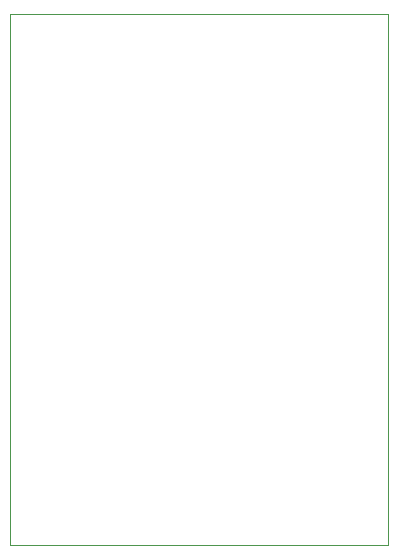
<source format=gm1>
%FSLAX44Y44*%
%MOMM*%
G71*
G01*
G75*
G04 Layer_Color=16711935*
%ADD10R,0.9000X0.8000*%
%ADD11R,0.8000X1.1000*%
%ADD12R,0.8000X0.9000*%
%ADD13R,1.1000X0.8000*%
%ADD14R,2.0000X1.4000*%
%ADD15R,1.0500X0.2500*%
%ADD16R,0.2500X1.0500*%
%ADD17R,2.5000X2.5000*%
%ADD18C,1.5000*%
%ADD19C,0.7500*%
%ADD20C,0.2000*%
%ADD21C,0.5000*%
%ADD22C,0.3000*%
%ADD23C,2.5000*%
%ADD24C,1.5000*%
%ADD25R,1.5000X1.5000*%
%ADD26C,0.8000*%
%ADD27R,1.1032X1.0032*%
%ADD28R,1.0032X1.3032*%
%ADD29R,1.0032X1.1032*%
%ADD30R,1.3032X1.0032*%
%ADD31R,2.2032X1.6032*%
%ADD32R,1.2532X0.4532*%
%ADD33R,0.4532X1.2532*%
%ADD34R,2.7032X2.7032*%
%ADD35C,0.2032*%
%ADD36C,2.7032*%
%ADD37C,1.7032*%
%ADD38R,1.7032X1.7032*%
%ADD39C,1.0032*%
%ADD40C,0.1000*%
D40*
X1000000Y1000000D02*
X1320000D01*
Y1450000D01*
X1000000D02*
X1320000D01*
X1000000Y1000000D02*
Y1450000D01*
M02*

</source>
